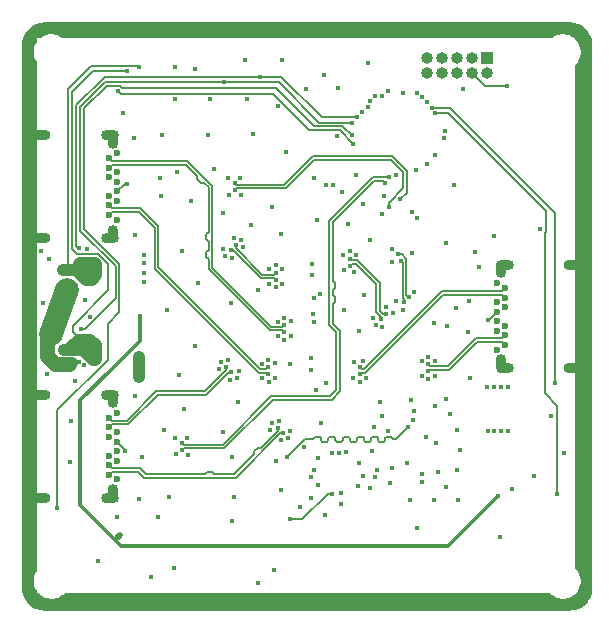
<source format=gbl>
G04 #@! TF.GenerationSoftware,KiCad,Pcbnew,6.0.9-8da3e8f707~116~ubuntu20.04.1*
G04 #@! TF.CreationDate,2022-11-26T18:10:52+02:00*
G04 #@! TF.ProjectId,USB-TypeC-Switch,5553422d-5479-4706-9543-2d5377697463,rev?*
G04 #@! TF.SameCoordinates,Original*
G04 #@! TF.FileFunction,Copper,L6,Bot*
G04 #@! TF.FilePolarity,Positive*
%FSLAX46Y46*%
G04 Gerber Fmt 4.6, Leading zero omitted, Abs format (unit mm)*
G04 Created by KiCad (PCBNEW 6.0.9-8da3e8f707~116~ubuntu20.04.1) date 2022-11-26 18:10:52*
%MOMM*%
%LPD*%
G01*
G04 APERTURE LIST*
G04 #@! TA.AperFunction,ComponentPad*
%ADD10C,0.600000*%
G04 #@! TD*
G04 #@! TA.AperFunction,ComponentPad*
%ADD11O,0.900000X1.500000*%
G04 #@! TD*
G04 #@! TA.AperFunction,ComponentPad*
%ADD12O,1.500000X0.900000*%
G04 #@! TD*
G04 #@! TA.AperFunction,ComponentPad*
%ADD13O,1.800000X0.900000*%
G04 #@! TD*
G04 #@! TA.AperFunction,ComponentPad*
%ADD14R,1.000000X1.000000*%
G04 #@! TD*
G04 #@! TA.AperFunction,ComponentPad*
%ADD15O,1.000000X1.000000*%
G04 #@! TD*
G04 #@! TA.AperFunction,SMDPad,CuDef*
%ADD16C,2.000000*%
G04 #@! TD*
G04 #@! TA.AperFunction,ViaPad*
%ADD17C,0.450000*%
G04 #@! TD*
G04 #@! TA.AperFunction,Conductor*
%ADD18C,0.200000*%
G04 #@! TD*
G04 #@! TA.AperFunction,Conductor*
%ADD19C,0.150000*%
G04 #@! TD*
G04 #@! TA.AperFunction,Conductor*
%ADD20C,0.300000*%
G04 #@! TD*
G04 #@! TA.AperFunction,Conductor*
%ADD21C,0.141000*%
G04 #@! TD*
G04 #@! TA.AperFunction,Conductor*
%ADD22C,0.500000*%
G04 #@! TD*
G04 #@! TA.AperFunction,Conductor*
%ADD23C,1.000000*%
G04 #@! TD*
G04 #@! TA.AperFunction,Conductor*
%ADD24C,0.142000*%
G04 #@! TD*
G04 #@! TA.AperFunction,Conductor*
%ADD25C,1.250000*%
G04 #@! TD*
G04 APERTURE END LIST*
G36*
X35623733Y-109062635D02*
G01*
X34255652Y-112821405D01*
X32376267Y-112137365D01*
X33744348Y-108378595D01*
X35623733Y-109062635D01*
G37*
D10*
X38930000Y-102800000D03*
X38230000Y-102400000D03*
X38230000Y-101600000D03*
X38930000Y-101200000D03*
X38230000Y-100800000D03*
X38930000Y-100400000D03*
X38930000Y-99600000D03*
X38230000Y-99200000D03*
X38930000Y-98800000D03*
X38230000Y-98400000D03*
X38230000Y-97600000D03*
X38930000Y-97200000D03*
D11*
X38580000Y-103980000D03*
D12*
X38280000Y-104330000D03*
D13*
X32380000Y-95670000D03*
D11*
X38580000Y-96020000D03*
D13*
X32380000Y-104330000D03*
D12*
X38280000Y-95670000D03*
D10*
X71070000Y-108200000D03*
X71770000Y-108600000D03*
X71770000Y-109400000D03*
X71070000Y-109800000D03*
X71770000Y-110200000D03*
X71070000Y-110600000D03*
X71070000Y-111400000D03*
X71770000Y-111800000D03*
X71070000Y-112200000D03*
X71770000Y-112600000D03*
X71770000Y-113400000D03*
X71070000Y-113800000D03*
D12*
X71720000Y-115330000D03*
D13*
X77620000Y-106670000D03*
D11*
X71420000Y-107020000D03*
D13*
X77620000Y-115330000D03*
D11*
X71420000Y-114980000D03*
D12*
X71720000Y-106670000D03*
D10*
X38930000Y-124800000D03*
X38230000Y-124400000D03*
X38230000Y-123600000D03*
X38930000Y-123200000D03*
X38230000Y-122800000D03*
X38930000Y-122400000D03*
X38930000Y-121600000D03*
X38230000Y-121200000D03*
X38930000Y-120800000D03*
X38230000Y-120400000D03*
X38230000Y-119600000D03*
X38930000Y-119200000D03*
D13*
X32380000Y-126330000D03*
D12*
X38280000Y-126330000D03*
X38280000Y-117670000D03*
D11*
X38580000Y-125980000D03*
X38580000Y-118020000D03*
D13*
X32380000Y-117670000D03*
D14*
X70200000Y-89100000D03*
D15*
X70200000Y-90370000D03*
X68930000Y-89100000D03*
X68930000Y-90370000D03*
X67660000Y-89100000D03*
X67660000Y-90370000D03*
X66390000Y-89100000D03*
X66390000Y-90370000D03*
X65120000Y-89100000D03*
X65120000Y-90370000D03*
D16*
X34684040Y-108720615D03*
X33315960Y-112479385D03*
D17*
X67720000Y-120600000D03*
X57870000Y-126860000D03*
X60330000Y-125500000D03*
X42370000Y-128010000D03*
X52150000Y-132430000D03*
X69220000Y-105570000D03*
X65230000Y-114440000D03*
X65240000Y-116310000D03*
X64680000Y-116000000D03*
X64680000Y-114760000D03*
X65790000Y-116010000D03*
X65790000Y-114750000D03*
X44180000Y-115930000D03*
X47900000Y-120760000D03*
X52740000Y-125670000D03*
X48640000Y-122890000D03*
X44580000Y-118840000D03*
X48310000Y-99290000D03*
X49390000Y-100710000D03*
X48360000Y-100690000D03*
X49330000Y-99290000D03*
X43840000Y-121280000D03*
X48510000Y-109840000D03*
X55810000Y-102870000D03*
X55550000Y-99260000D03*
X46620000Y-95610000D03*
X35130000Y-115020000D03*
X70770000Y-104230000D03*
X50990000Y-90720000D03*
X43770000Y-89890000D03*
X43840000Y-92574500D03*
X46740000Y-92574500D03*
X49940000Y-92574500D03*
X52499833Y-93160167D03*
X52840000Y-89300000D03*
X49720000Y-89320000D03*
X47960000Y-91180000D03*
X56440000Y-90520000D03*
X60755680Y-92354481D03*
X60340691Y-92761388D03*
X75670000Y-119470000D03*
X76730000Y-122520000D03*
X74210000Y-124530000D03*
X35640000Y-114830000D03*
X34940000Y-123350000D03*
X35000000Y-119890000D03*
X37300000Y-131730000D03*
X48670000Y-128300000D03*
X72360000Y-125650000D03*
X71300000Y-129670000D03*
X64330000Y-128910000D03*
X68820000Y-116180000D03*
X68670000Y-109660000D03*
X68640000Y-112310000D03*
X52350000Y-123200000D03*
X39750000Y-99750000D03*
X55290000Y-126380000D03*
X60510000Y-122380000D03*
X67120000Y-119300000D03*
X68200000Y-91720000D03*
X65750000Y-111590000D03*
X64289500Y-92070000D03*
X59725497Y-124525437D03*
X55587845Y-123997845D03*
X63750000Y-118090000D03*
X64240000Y-98570000D03*
X61180000Y-118270000D03*
X64260000Y-102680000D03*
X57540142Y-95717117D03*
X61340000Y-102340000D03*
X32585000Y-109835000D03*
X64010000Y-119000000D03*
X55562000Y-109406584D03*
X55740000Y-117258000D03*
X56190000Y-120020000D03*
X54421794Y-127101794D03*
X61824949Y-91915051D03*
X65792845Y-97297157D03*
X62939000Y-106300000D03*
X62660000Y-105720000D03*
X63192599Y-109780479D03*
X63618279Y-109354799D03*
X61880000Y-101740000D03*
X62860000Y-101060000D03*
X48850000Y-99699000D03*
X48850000Y-100301000D03*
X44376803Y-121699000D03*
X44376803Y-122301000D03*
X65240000Y-115651000D03*
X65240000Y-115049000D03*
X59468888Y-115299000D03*
X59468888Y-115901000D03*
X61665808Y-110830988D03*
X61240128Y-111256668D03*
X58602071Y-106701000D03*
X58602071Y-106099000D03*
X52925293Y-120890387D03*
X52499613Y-120464707D03*
X53040000Y-112340000D03*
X53040000Y-111738000D03*
X52270000Y-114980000D03*
X51710000Y-114670000D03*
X51720000Y-116540000D03*
X51160000Y-116230000D03*
X51160000Y-114990000D03*
X52270000Y-116240000D03*
X51690000Y-115901000D03*
X51690000Y-115299000D03*
X48569379Y-115726301D03*
X48143699Y-115300621D03*
X55320000Y-115500000D03*
X55330000Y-114480000D03*
X53570000Y-115000000D03*
X55410000Y-107510000D03*
X43700000Y-132270000D03*
X55430000Y-106560000D03*
X48660000Y-106020000D03*
X47880000Y-105250000D03*
X49370000Y-104520000D03*
X47540000Y-115460000D03*
X49040000Y-116180000D03*
X49200000Y-115580000D03*
X47700000Y-114870000D03*
X48430000Y-116360000D03*
X48300000Y-114690000D03*
X52770000Y-121500000D03*
X52640000Y-119830000D03*
X51880000Y-120600000D03*
X53540000Y-120720000D03*
X53380000Y-121320000D03*
X52040000Y-120010000D03*
X58050000Y-105780000D03*
X58120000Y-107100000D03*
X58960000Y-107220000D03*
X58600000Y-105460000D03*
X59160000Y-105770000D03*
X58990000Y-114870000D03*
X60010000Y-116240000D03*
X59460000Y-116540000D03*
X59750000Y-114740000D03*
X58900000Y-116230000D03*
X64080000Y-108960000D03*
X44860000Y-121280000D03*
X52880000Y-108230000D03*
X51770000Y-106980000D03*
X51770000Y-108220000D03*
X52330000Y-108530000D03*
X52320000Y-106660000D03*
X52880000Y-106970000D03*
X57940000Y-100440000D03*
X53040000Y-111110000D03*
X67460000Y-99890000D03*
X63140000Y-110450000D03*
X42660000Y-95640000D03*
X63910000Y-105660000D03*
X62540000Y-109700000D03*
X53600000Y-111420000D03*
X62280000Y-110750000D03*
X40340000Y-95850000D03*
X50850000Y-108770000D03*
X61520000Y-100760000D03*
X40410000Y-117700000D03*
X47890000Y-102240000D03*
X63828911Y-102188911D03*
X59770000Y-109220000D03*
X61330000Y-92340000D03*
X62190000Y-105280000D03*
X49550000Y-105120000D03*
X60150000Y-89530000D03*
X43290000Y-126250000D03*
X43950000Y-98810000D03*
X43090000Y-110480000D03*
X61290000Y-119420000D03*
X32470000Y-105460000D03*
X66770000Y-104770000D03*
X59350000Y-112240000D03*
X53050000Y-112980000D03*
X32990000Y-115880000D03*
X47090000Y-98510000D03*
X43890000Y-122680000D03*
X45530000Y-90040000D03*
X58480000Y-103210000D03*
X64701851Y-124369281D03*
X48790000Y-126320000D03*
X65040000Y-121220000D03*
X56470000Y-127790000D03*
X45160000Y-101230000D03*
X38880000Y-127970500D03*
X41750000Y-133080000D03*
X58100000Y-110440000D03*
X60600000Y-111150000D03*
X53200000Y-97110000D03*
X45790000Y-108190000D03*
X40770000Y-126430000D03*
X36580000Y-111030000D03*
X36150000Y-109634990D03*
X60870000Y-124032000D03*
X74735500Y-103630000D03*
X56600000Y-116660000D03*
X67638667Y-123963333D03*
X61370000Y-111910000D03*
X50410000Y-95560000D03*
X44920000Y-122700000D03*
X62140167Y-123866500D03*
X62160000Y-106360000D03*
X45480000Y-113490000D03*
X36370000Y-105299990D03*
X52780000Y-104010000D03*
X62510000Y-99050000D03*
X33100000Y-106160000D03*
X52490000Y-112670000D03*
X35350000Y-116480000D03*
X59750000Y-101440000D03*
X39360000Y-93790000D03*
X60780000Y-111750000D03*
X52490000Y-111430000D03*
X48780000Y-104360000D03*
X69540000Y-106840000D03*
X66089066Y-124184767D03*
X50230000Y-103220000D03*
X49150000Y-118210000D03*
X56120000Y-109060000D03*
X60330000Y-104560000D03*
X44390000Y-105460000D03*
X53600000Y-112680000D03*
X48060000Y-105860000D03*
X65150000Y-98070000D03*
X57659978Y-122522121D03*
X61670000Y-110230000D03*
X40400000Y-104120000D03*
X52040000Y-101730000D03*
X50839979Y-133580021D03*
X59120000Y-99020000D03*
X53520000Y-128190000D03*
X57110000Y-126000000D03*
X41140000Y-108100000D03*
X41140000Y-107300000D03*
X41140000Y-106500000D03*
X41140000Y-105800000D03*
X40810000Y-114400000D03*
X40810000Y-116100000D03*
X40810000Y-114960000D03*
X40810000Y-115540000D03*
X71400000Y-117000000D03*
X70820000Y-117000000D03*
X71960000Y-117000000D03*
X70260000Y-117000000D03*
X57894355Y-125959225D03*
X42520000Y-99275000D03*
X63950623Y-119740589D03*
X42610000Y-100770000D03*
X54761044Y-122061044D03*
X58260000Y-122470000D03*
X63738000Y-126560000D03*
X61798500Y-120691500D03*
X57089500Y-122590000D03*
X55940000Y-123010000D03*
X42910000Y-120630000D03*
X65752000Y-126560000D03*
X53263199Y-122923199D03*
X63490000Y-120400000D03*
X40990000Y-122900000D03*
X55310000Y-124560000D03*
X67750000Y-126570000D03*
X60677155Y-120392845D03*
X66705500Y-118030000D03*
X55870000Y-125260000D03*
X59369500Y-123380000D03*
X63460000Y-123450000D03*
X70341801Y-111308199D03*
X67580000Y-110300000D03*
X65806500Y-118620000D03*
X65890000Y-121750000D03*
X59280167Y-125389833D03*
X66860000Y-111820000D03*
X34710000Y-108070000D03*
X34260000Y-108410000D03*
X35130000Y-108410000D03*
X76170000Y-126000000D03*
X65840000Y-93800000D03*
X64709819Y-92461644D03*
X61884994Y-99200405D03*
X61550000Y-99680000D03*
X39605599Y-122386857D03*
X59220000Y-94155500D03*
X35680000Y-105240000D03*
X35832168Y-112065000D03*
X58770000Y-94580000D03*
X65124714Y-92859029D03*
X48933150Y-104986249D03*
X52330363Y-107299000D03*
X52330363Y-107901000D03*
X48507470Y-105411929D03*
X56566667Y-99856095D03*
X55550000Y-111500000D03*
X38970000Y-91880000D03*
X58901558Y-96381892D03*
X65520000Y-93310000D03*
X75954500Y-116600000D03*
X58760000Y-95640000D03*
X33800000Y-127179500D03*
X37030000Y-107540000D03*
X36950000Y-106370000D03*
X40780000Y-89850000D03*
X34710000Y-107370000D03*
X34260000Y-107030000D03*
X36580000Y-106970000D03*
X35130000Y-107030000D03*
X36960000Y-113810000D03*
X36940000Y-114550000D03*
X34700000Y-114000000D03*
X39764050Y-90255000D03*
X34250000Y-113640000D03*
X36780000Y-113150000D03*
X35140000Y-113640000D03*
X34700000Y-114700000D03*
X36120000Y-115150000D03*
X70820000Y-120730000D03*
X34280000Y-115010000D03*
X71970000Y-120720000D03*
X70270000Y-120730000D03*
X71390000Y-120720000D03*
X66606758Y-95894102D03*
X71900000Y-91530000D03*
X66656994Y-95312671D03*
X39150000Y-129500000D03*
X71190000Y-126180000D03*
X40840000Y-110920000D03*
X55508199Y-110821801D03*
X57140000Y-99900000D03*
X66750000Y-125402000D03*
X57640000Y-91690000D03*
X60155081Y-93305081D03*
X63120000Y-92070000D03*
X62040000Y-125102000D03*
X54890000Y-91780000D03*
X64739657Y-125028271D03*
X67930000Y-122290000D03*
X60700498Y-124582000D03*
X59620000Y-93730000D03*
D18*
X59090000Y-121600000D02*
X58690000Y-121600000D01*
X59190000Y-121300000D02*
X59190000Y-121500000D01*
X60990000Y-121500000D02*
X60990000Y-121300000D01*
X62290000Y-121400000D02*
X62090000Y-121200000D01*
X61590000Y-121500000D02*
X61490000Y-121600000D01*
X59790000Y-121300000D02*
X59690000Y-121200000D01*
X59790000Y-121500000D02*
X59790000Y-121300000D01*
X63490000Y-120400000D02*
X62490000Y-121400000D01*
X59890000Y-121600000D02*
X59790000Y-121500000D01*
X56190000Y-121300000D02*
X56090000Y-121200000D01*
X59290000Y-121200000D02*
X59190000Y-121300000D01*
X60390000Y-121500000D02*
X60290000Y-121600000D01*
X60390000Y-121300000D02*
X60390000Y-121500000D01*
X58490000Y-121200000D02*
X58090000Y-121200000D01*
X62490000Y-121400000D02*
X62290000Y-121400000D01*
X61690000Y-121200000D02*
X61590000Y-121300000D01*
X60890000Y-121200000D02*
X60490000Y-121200000D01*
X58590000Y-121500000D02*
X58590000Y-121300000D01*
X59690000Y-121200000D02*
X59290000Y-121200000D01*
X62090000Y-121200000D02*
X61690000Y-121200000D01*
X57990000Y-121300000D02*
X57990000Y-121500000D01*
X57490000Y-121600000D02*
X57390000Y-121500000D01*
X58090000Y-121200000D02*
X57990000Y-121300000D01*
X56290000Y-121600000D02*
X56190000Y-121500000D01*
X60290000Y-121600000D02*
X59890000Y-121600000D01*
X60490000Y-121200000D02*
X60390000Y-121300000D01*
X61490000Y-121600000D02*
X61090000Y-121600000D01*
X54786398Y-121400000D02*
X53263199Y-122923199D01*
X58590000Y-121300000D02*
X58490000Y-121200000D01*
X61090000Y-121600000D02*
X60990000Y-121500000D01*
X58690000Y-121600000D02*
X58590000Y-121500000D01*
X59190000Y-121500000D02*
X59090000Y-121600000D01*
X55490000Y-121400000D02*
X54786398Y-121400000D01*
X61590000Y-121300000D02*
X61590000Y-121500000D01*
X60990000Y-121300000D02*
X60890000Y-121200000D01*
X56190000Y-121500000D02*
X56190000Y-121300000D01*
X57990000Y-121500000D02*
X57890000Y-121600000D01*
X57890000Y-121600000D02*
X57490000Y-121600000D01*
X57390000Y-121500000D02*
X57390000Y-121300000D01*
X57390000Y-121300000D02*
X57290000Y-121200000D01*
X56890000Y-121200000D02*
X56790000Y-121300000D01*
X57290000Y-121200000D02*
X56890000Y-121200000D01*
X56790000Y-121300000D02*
X56790000Y-121500000D01*
X56790000Y-121500000D02*
X56690000Y-121600000D01*
X56690000Y-121600000D02*
X56290000Y-121600000D01*
X56090000Y-121200000D02*
X55690000Y-121200000D01*
X55690000Y-121200000D02*
X55490000Y-121400000D01*
D19*
X71900000Y-91530000D02*
X70090000Y-91530000D01*
X70090000Y-91530000D02*
X68930000Y-90370000D01*
X39095010Y-106593650D02*
X36120020Y-103618660D01*
X52390000Y-91660000D02*
X55590000Y-94860000D01*
X57980000Y-94860000D02*
X58760000Y-95640000D01*
X39146041Y-91455000D02*
X39351041Y-91660000D01*
X39351041Y-91660000D02*
X52390000Y-91660000D01*
X38090000Y-114650000D02*
X38090000Y-111640000D01*
X33800000Y-118940000D02*
X38090000Y-114650000D01*
X38025000Y-91455000D02*
X39146041Y-91455000D01*
X36120020Y-103618660D02*
X36120020Y-93359980D01*
X38090000Y-111640000D02*
X39095010Y-110634990D01*
X33800000Y-127179500D02*
X33800000Y-118940000D01*
X55590000Y-94860000D02*
X57980000Y-94860000D01*
X36120020Y-93359980D02*
X38025000Y-91455000D01*
X39095010Y-110634990D02*
X39095010Y-106593650D01*
X39240000Y-92150000D02*
X38970000Y-91880000D01*
X57761783Y-95242117D02*
X55182117Y-95242117D01*
X52090000Y-92150000D02*
X39240000Y-92150000D01*
X55182117Y-95242117D02*
X52090000Y-92150000D01*
X58901558Y-96381892D02*
X57761783Y-95242117D01*
X65520000Y-93310000D02*
X65539500Y-93329500D01*
X65539500Y-93329500D02*
X67069868Y-93329500D01*
X67069868Y-93329500D02*
X75950000Y-102209632D01*
X75950000Y-102209632D02*
X75950000Y-116595500D01*
X75950000Y-116595500D02*
X75954500Y-116600000D01*
X66939312Y-93800000D02*
X75210500Y-102071188D01*
X65840000Y-93800000D02*
X66939312Y-93800000D01*
X75210500Y-102071188D02*
X75210500Y-103826752D01*
X75210500Y-103826752D02*
X75100000Y-103937252D01*
X75100000Y-103937252D02*
X75100000Y-117470000D01*
X75100000Y-117470000D02*
X76170000Y-118540000D01*
X76170000Y-118540000D02*
X76170000Y-126000000D01*
X50990000Y-90720000D02*
X51670000Y-90720000D01*
X52810000Y-90720000D02*
X51670000Y-90720000D01*
X51670000Y-90720000D02*
X37840000Y-90720000D01*
X40760000Y-89830000D02*
X36720000Y-89830000D01*
X40780000Y-89850000D02*
X40760000Y-89830000D01*
X36720000Y-89830000D02*
X34770000Y-91780000D01*
X34770000Y-106520000D02*
X34270000Y-107020000D01*
X34770000Y-91780000D02*
X34770000Y-106520000D01*
X58770000Y-94580000D02*
X56000000Y-94580000D01*
X56000000Y-94580000D02*
X52600000Y-91180000D01*
X35795010Y-103755010D02*
X38770000Y-106730000D01*
X36150366Y-112065000D02*
X35832168Y-112065000D01*
X52600000Y-91180000D02*
X37839632Y-91180000D01*
X37839632Y-91180000D02*
X35795010Y-93224622D01*
X38770000Y-106730000D02*
X38770000Y-109445366D01*
X35795010Y-93224622D02*
X35795010Y-103755010D01*
X38770000Y-109445366D02*
X36150366Y-112065000D01*
X35455001Y-93104999D02*
X35455001Y-105015001D01*
X35455001Y-105015001D02*
X35680000Y-105240000D01*
X56245500Y-94155500D02*
X52810000Y-90720000D01*
X59220000Y-94155500D02*
X56245500Y-94155500D01*
X37840000Y-90720000D02*
X35455001Y-93104999D01*
D20*
X40840000Y-113050000D02*
X40840000Y-110920000D01*
X71190000Y-126180000D02*
X66940000Y-130430000D01*
X35790000Y-126990000D02*
X35790000Y-118103210D01*
X66940000Y-130430000D02*
X39230000Y-130430000D01*
X39230000Y-130430000D02*
X35790000Y-126990000D01*
X35790000Y-118103210D02*
X38440000Y-115453210D01*
X38440000Y-115453210D02*
X38440000Y-115450000D01*
X38440000Y-115450000D02*
X40840000Y-113050000D01*
D18*
X57110000Y-126000000D02*
X56730000Y-126000000D01*
X56730000Y-126000000D02*
X54540000Y-128190000D01*
X54540000Y-128190000D02*
X53520000Y-128190000D01*
D21*
X62660000Y-105720000D02*
X63010000Y-105720000D01*
X63386501Y-106096501D02*
X63386501Y-109166501D01*
X63010000Y-105720000D02*
X63386501Y-106096501D01*
X63386501Y-109166501D02*
X63574799Y-109354799D01*
X63574799Y-109354799D02*
X63618279Y-109354799D01*
D22*
X39150000Y-129500000D02*
X38880000Y-129770000D01*
D21*
X57156500Y-108743500D02*
X57341521Y-108558480D01*
X57341521Y-109343500D02*
X57156500Y-109158480D01*
X57156500Y-109158480D02*
X57156500Y-108743500D01*
X57341521Y-109758480D02*
X57341521Y-109343500D01*
X47950683Y-122146501D02*
X52060684Y-118036500D01*
X57746500Y-112229316D02*
X57156500Y-111639316D01*
X57746500Y-117350684D02*
X57746500Y-112229316D01*
X57156500Y-109943500D02*
X57341521Y-109758480D01*
X57060684Y-118036500D02*
X57746500Y-117350684D01*
X52060684Y-118036500D02*
X57060684Y-118036500D01*
X57156500Y-111639316D02*
X57156500Y-109943500D01*
X44531302Y-122146501D02*
X47950683Y-122146501D01*
X44376803Y-122301000D02*
X44531302Y-122146501D01*
X57341521Y-108558480D02*
X57341521Y-108143500D01*
X57341521Y-108143500D02*
X57156500Y-107958480D01*
X60657184Y-99510000D02*
X61380000Y-99510000D01*
X57156500Y-107958480D02*
X57156500Y-103010684D01*
X57156500Y-103010684D02*
X60657184Y-99510000D01*
X61380000Y-99510000D02*
X61550000Y-99680000D01*
X39750000Y-99750000D02*
X39580000Y-99750000D01*
X39580000Y-99750000D02*
X38930000Y-100400000D01*
X63406000Y-100514000D02*
X62860000Y-101060000D01*
X55449316Y-97453500D02*
X62163500Y-97453500D01*
X53049317Y-99853499D02*
X55449316Y-97453500D01*
X63406000Y-98696000D02*
X63406000Y-100514000D01*
X62163500Y-97453500D02*
X63406000Y-98696000D01*
X49004499Y-99853499D02*
X53049317Y-99853499D01*
X48850000Y-99699000D02*
X49004499Y-99853499D01*
X46643500Y-105333500D02*
X46643500Y-104656500D01*
X45685721Y-99112905D02*
X44719317Y-98146501D01*
X46443500Y-105533500D02*
X46643500Y-105333500D01*
X46443500Y-105933500D02*
X46443500Y-105533500D01*
X46643500Y-106133500D02*
X46443500Y-105933500D01*
X46643500Y-103857740D02*
X46643500Y-100070684D01*
X46444740Y-104056500D02*
X46643500Y-103857740D01*
X46643500Y-106980684D02*
X46643500Y-106133500D01*
X46643500Y-104656500D02*
X46444740Y-104457740D01*
X51848317Y-112185501D02*
X46643500Y-106980684D01*
X46444740Y-104457740D02*
X46444740Y-104056500D01*
X52885501Y-112185501D02*
X51848317Y-112185501D01*
X46643500Y-100070684D02*
X46251408Y-99678592D01*
X53040000Y-112340000D02*
X52885501Y-112185501D01*
X46251408Y-99678592D02*
X45968564Y-99678592D01*
X45968564Y-99678592D02*
X45685721Y-99395749D01*
X44719317Y-98146501D02*
X38483499Y-98146501D01*
X45685721Y-99395749D02*
X45685721Y-99112905D01*
X38483499Y-98146501D02*
X38230000Y-98400000D01*
X40830683Y-123853499D02*
X38483499Y-123853499D01*
X52499613Y-120683204D02*
X51086408Y-122096409D01*
X46319298Y-124353500D02*
X41330684Y-124353500D01*
X50520721Y-122662094D02*
X48829317Y-124353500D01*
X46513500Y-124159297D02*
X46319298Y-124353500D01*
X47113500Y-124353500D02*
X46919298Y-124159297D01*
X41330684Y-124353500D02*
X40830683Y-123853499D01*
X48829317Y-124353500D02*
X47113500Y-124353500D01*
X50520721Y-122379251D02*
X50520721Y-122662094D01*
X50803564Y-122096409D02*
X50520721Y-122379251D01*
X46919298Y-124159297D02*
X46513500Y-124159297D01*
X51086408Y-122096409D02*
X50803564Y-122096409D01*
X52499613Y-120464707D02*
X52499613Y-120683204D01*
X38483499Y-123853499D02*
X38230000Y-123600000D01*
X63192599Y-109780479D02*
X63192599Y-109561982D01*
X63192599Y-109561982D02*
X63093499Y-109462882D01*
X63093499Y-109462882D02*
X63093499Y-106454499D01*
X63093499Y-106454499D02*
X62939000Y-106300000D01*
X61880000Y-101740000D02*
X61920000Y-101700000D01*
X61920000Y-101700000D02*
X61920000Y-101360000D01*
X62076500Y-97746500D02*
X55570684Y-97746500D01*
X55570684Y-97746500D02*
X53170683Y-100146501D01*
X53170683Y-100146501D02*
X49004499Y-100146501D01*
X61920000Y-101360000D02*
X63140000Y-100140000D01*
X63140000Y-100140000D02*
X63140000Y-98810000D01*
X49004499Y-100146501D02*
X48850000Y-100301000D01*
X63140000Y-98810000D02*
X62076500Y-97746500D01*
X44376803Y-121699000D02*
X44531302Y-121853499D01*
X44531302Y-121853499D02*
X47829317Y-121853499D01*
X47829317Y-121853499D02*
X51939316Y-117743500D01*
X51939316Y-117743500D02*
X56939316Y-117743500D01*
X56939316Y-117743500D02*
X57453500Y-117229316D01*
X57453500Y-117229316D02*
X57453500Y-112350684D01*
X57453500Y-112350684D02*
X56863500Y-111760684D01*
X56863500Y-111760684D02*
X56863500Y-102889316D01*
X56863500Y-102889316D02*
X60552411Y-99200405D01*
X60552411Y-99200405D02*
X61884994Y-99200405D01*
X65240000Y-115651000D02*
X65394499Y-115496501D01*
X65240000Y-115049000D02*
X65394499Y-115203499D01*
X65394499Y-115496501D02*
X67030683Y-115496501D01*
X69259317Y-112853499D02*
X71516501Y-112853499D01*
X67030683Y-115496501D02*
X69380683Y-113146501D01*
X71516501Y-113146501D02*
X71770000Y-113400000D01*
X65394499Y-115203499D02*
X66909317Y-115203499D01*
X69380683Y-113146501D02*
X71516501Y-113146501D01*
X66909317Y-115203499D02*
X69259317Y-112853499D01*
X71516501Y-112853499D02*
X71770000Y-112600000D01*
X66399317Y-108853499D02*
X71516501Y-108853499D01*
X59623387Y-115453499D02*
X59799317Y-115453499D01*
X59920683Y-115746501D02*
X66520683Y-109146501D01*
X59468888Y-115299000D02*
X59623387Y-115453499D01*
X59623387Y-115746501D02*
X59920683Y-115746501D01*
X59799317Y-115453499D02*
X66399317Y-108853499D01*
X71516501Y-108853499D02*
X71770000Y-108600000D01*
X59468888Y-115901000D02*
X59623387Y-115746501D01*
X66520683Y-109146501D02*
X71516501Y-109146501D01*
X71516501Y-109146501D02*
X71770000Y-109400000D01*
X61126500Y-108139316D02*
X61126500Y-110510177D01*
X59240683Y-106253499D02*
X61126500Y-108139316D01*
X60833500Y-108260684D02*
X60833500Y-110631543D01*
X58756570Y-106253499D02*
X59240683Y-106253499D01*
X58602071Y-106099000D02*
X58756570Y-106253499D01*
X61240128Y-111038171D02*
X61240128Y-111256668D01*
X60833500Y-110631543D02*
X61240128Y-111038171D01*
X59119317Y-106546501D02*
X60833500Y-108260684D01*
X61126500Y-110510177D02*
X61447311Y-110830988D01*
X58756570Y-106546501D02*
X59119317Y-106546501D01*
X58602071Y-106701000D02*
X58756570Y-106546501D01*
X61447311Y-110830988D02*
X61665808Y-110830988D01*
X41209316Y-124646500D02*
X40709317Y-124146501D01*
X38483499Y-124146501D02*
X38230000Y-124400000D01*
X48950683Y-124646500D02*
X41209316Y-124646500D01*
X52925293Y-120890387D02*
X52706796Y-120890387D01*
X52706796Y-120890387D02*
X48950683Y-124646500D01*
X40709317Y-124146501D02*
X38483499Y-124146501D01*
X53040000Y-111738000D02*
X52885501Y-111892499D01*
X38483499Y-97853499D02*
X38230000Y-97600000D01*
X44840683Y-97853499D02*
X38483499Y-97853499D01*
X46936500Y-99949316D02*
X44840683Y-97853499D01*
X46936500Y-106859316D02*
X46936500Y-99949316D01*
X51969683Y-111892499D02*
X46936500Y-106859316D01*
X52885501Y-111892499D02*
X51969683Y-111892499D01*
X40870683Y-101853499D02*
X38483499Y-101853499D01*
X42376500Y-106819316D02*
X42376500Y-103359316D01*
X51690000Y-115299000D02*
X51535501Y-115453499D01*
X38483499Y-102146501D02*
X38230000Y-102400000D01*
X50889317Y-115746501D02*
X42083500Y-106940684D01*
X40749317Y-102146501D02*
X38483499Y-102146501D01*
X42376500Y-103359316D02*
X40870683Y-101853499D01*
X42083500Y-106940684D02*
X42083500Y-103480684D01*
X51010683Y-115453499D02*
X42376500Y-106819316D01*
X51535501Y-115746501D02*
X50889317Y-115746501D01*
X51690000Y-115901000D02*
X51535501Y-115746501D01*
X51535501Y-115453499D02*
X51010683Y-115453499D01*
X42083500Y-103480684D02*
X40749317Y-102146501D01*
X38483499Y-101853499D02*
X38230000Y-101600000D01*
X46309316Y-117353500D02*
X42219316Y-117353500D01*
X39719317Y-119853499D02*
X38483499Y-119853499D01*
X48350882Y-115726301D02*
X46430684Y-117646500D01*
X48143699Y-115300621D02*
X48143699Y-115519118D01*
X48143699Y-115519118D02*
X46309316Y-117353500D01*
X46430684Y-117646500D02*
X42340684Y-117646500D01*
X42340684Y-117646500D02*
X39840683Y-120146501D01*
X42219316Y-117353500D02*
X39719317Y-119853499D01*
X38483499Y-119853499D02*
X38230000Y-119600000D01*
X48569379Y-115726301D02*
X48350882Y-115726301D01*
X39840683Y-120146501D02*
X38483499Y-120146501D01*
X38483499Y-120146501D02*
X38230000Y-120400000D01*
D23*
X40790000Y-114460000D02*
X40790000Y-115190000D01*
X40790000Y-115260000D02*
X40790000Y-114460000D01*
X40790000Y-115190000D02*
X40790000Y-116100000D01*
D21*
X70341801Y-111308199D02*
X70361801Y-111308199D01*
X70361801Y-111308199D02*
X71070000Y-110600000D01*
D24*
X39605599Y-122275599D02*
X38930000Y-121600000D01*
X39605599Y-122386857D02*
X39605599Y-122275599D01*
D21*
X52330363Y-107299000D02*
X52175864Y-107453499D01*
X51181903Y-107453499D02*
X48933150Y-105204746D01*
X48933150Y-105204746D02*
X48933150Y-104986249D01*
X52175864Y-107453499D02*
X51181903Y-107453499D01*
X51060539Y-107746501D02*
X48725967Y-105411929D01*
X48725967Y-105411929D02*
X48507470Y-105411929D01*
X52175864Y-107746501D02*
X51060539Y-107746501D01*
X52330363Y-107901000D02*
X52175864Y-107746501D01*
D25*
X36930000Y-106550000D02*
X35800000Y-106550000D01*
X36480000Y-107070000D02*
X36580000Y-106970000D01*
X36970000Y-106590000D02*
X36930000Y-106550000D01*
X36580000Y-106900000D02*
X36930000Y-106550000D01*
X36580000Y-107010000D02*
X36970000Y-107400000D01*
X36660000Y-107710000D02*
X36263427Y-107710000D01*
X36580000Y-106970000D02*
X36580000Y-106900000D01*
X36263427Y-107710000D02*
X35623427Y-107070000D01*
X36970000Y-107400000D02*
X36660000Y-107710000D01*
D23*
X34320000Y-107070000D02*
X35280000Y-107070000D01*
D25*
X36970000Y-107400000D02*
X36970000Y-106590000D01*
X36580000Y-106970000D02*
X36580000Y-107010000D01*
X36560000Y-113040000D02*
X36910000Y-113390000D01*
X36900000Y-114530000D02*
X36049990Y-113679990D01*
X36900000Y-113380000D02*
X36600010Y-113679990D01*
X36049990Y-113679990D02*
X35030000Y-113679990D01*
D19*
X35930000Y-113040000D02*
X35170000Y-112280000D01*
D25*
X36910000Y-113930000D02*
X36910000Y-113390000D01*
D19*
X35080000Y-105269002D02*
X35080000Y-92010000D01*
X36880000Y-90210000D02*
X39719050Y-90210000D01*
D23*
X34410000Y-113800000D02*
X35030000Y-113800000D01*
D25*
X36200000Y-113040000D02*
X35669990Y-113040000D01*
X36600010Y-113679990D02*
X35030000Y-113679990D01*
X36910000Y-113390000D02*
X36900000Y-113380000D01*
D18*
X36200000Y-113040000D02*
X35930000Y-113040000D01*
D25*
X36540000Y-113380000D02*
X36200000Y-113040000D01*
D19*
X35170000Y-112280000D02*
X35170000Y-111773998D01*
D25*
X35669990Y-113040000D02*
X35030000Y-113679990D01*
X36910000Y-113930000D02*
X36910000Y-114520000D01*
D19*
X35170000Y-111773998D02*
X38150000Y-108793998D01*
X35080000Y-92010000D02*
X36880000Y-90210000D01*
X39719050Y-90210000D02*
X39764050Y-90255000D01*
X37307084Y-105724990D02*
X35535988Y-105724990D01*
X38150000Y-108793998D02*
X38150000Y-106567905D01*
D25*
X36910000Y-114520000D02*
X36900000Y-114530000D01*
D19*
X38150000Y-106567905D02*
X37307084Y-105724990D01*
D25*
X36200000Y-113040000D02*
X36560000Y-113040000D01*
D19*
X35535988Y-105724990D02*
X35080000Y-105269002D01*
D25*
X36900000Y-113380000D02*
X36540000Y-113380000D01*
D23*
X35090000Y-114930000D02*
X34430000Y-114930000D01*
D25*
X32925000Y-112585000D02*
X32925000Y-114355000D01*
X32925000Y-114355000D02*
X33630000Y-115060000D01*
X33315960Y-112479385D02*
X33030615Y-112479385D01*
X33630000Y-115060000D02*
X34830000Y-115060000D01*
D23*
X34420000Y-114930000D02*
X33350000Y-114930000D01*
D25*
X33030615Y-112479385D02*
X32925000Y-112585000D01*
G04 #@! TA.AperFunction,Conductor*
G36*
X32259133Y-134413574D02*
G01*
X32412468Y-134560104D01*
X32414121Y-134561232D01*
X32414124Y-134561234D01*
X32614640Y-134698017D01*
X32614643Y-134698019D01*
X32616300Y-134699149D01*
X32618121Y-134699994D01*
X32618124Y-134699996D01*
X32838276Y-134802187D01*
X32838281Y-134802189D01*
X32840104Y-134803035D01*
X32842044Y-134803573D01*
X33075934Y-134868437D01*
X33075936Y-134868437D01*
X33077871Y-134868974D01*
X33197048Y-134881711D01*
X33277998Y-134890362D01*
X33278003Y-134890362D01*
X33279292Y-134890500D01*
X33422554Y-134890500D01*
X33423559Y-134890417D01*
X33423568Y-134890417D01*
X33517568Y-134882688D01*
X33605911Y-134875425D01*
X33724146Y-134845727D01*
X33843267Y-134815806D01*
X33843269Y-134815805D01*
X33845217Y-134815316D01*
X34071493Y-134716928D01*
X34100725Y-134698017D01*
X34276974Y-134583997D01*
X34276979Y-134583993D01*
X34278661Y-134582905D01*
X34280146Y-134581554D01*
X34459675Y-134418196D01*
X34459679Y-134418192D01*
X34461158Y-134416846D01*
X34462179Y-134415554D01*
X34497948Y-134400000D01*
X75505280Y-134400000D01*
X75539133Y-134413574D01*
X75692468Y-134560104D01*
X75694121Y-134561232D01*
X75694124Y-134561234D01*
X75894640Y-134698017D01*
X75894643Y-134698019D01*
X75896300Y-134699149D01*
X75898121Y-134699994D01*
X75898124Y-134699996D01*
X76118276Y-134802187D01*
X76118281Y-134802189D01*
X76120104Y-134803035D01*
X76122044Y-134803573D01*
X76355934Y-134868437D01*
X76355936Y-134868437D01*
X76357871Y-134868974D01*
X76477048Y-134881711D01*
X76557998Y-134890362D01*
X76558003Y-134890362D01*
X76559292Y-134890500D01*
X76702554Y-134890500D01*
X76703559Y-134890417D01*
X76703568Y-134890417D01*
X76797568Y-134882688D01*
X76885911Y-134875425D01*
X77004146Y-134845727D01*
X77123267Y-134815806D01*
X77123269Y-134815805D01*
X77125217Y-134815316D01*
X77351493Y-134716928D01*
X77380725Y-134698017D01*
X77556974Y-134583997D01*
X77556979Y-134583993D01*
X77558661Y-134582905D01*
X77600521Y-134544816D01*
X77655641Y-134494660D01*
X77740000Y-134417900D01*
X77740000Y-135834994D01*
X77738473Y-135835403D01*
X77577397Y-135867444D01*
X77501085Y-135882623D01*
X77494735Y-135883460D01*
X77413375Y-135888792D01*
X77272641Y-135898016D01*
X77262320Y-135896726D01*
X77257380Y-135896726D01*
X77250000Y-135894328D01*
X77242620Y-135896726D01*
X77241463Y-135897102D01*
X77226320Y-135899500D01*
X32773680Y-135899500D01*
X32758537Y-135897102D01*
X32757380Y-135896726D01*
X32750000Y-135894328D01*
X32742620Y-135896726D01*
X32737680Y-135896726D01*
X32727359Y-135898016D01*
X32586625Y-135888792D01*
X32505265Y-135883460D01*
X32498915Y-135882623D01*
X32261526Y-135835403D01*
X32255341Y-135833747D01*
X32144854Y-135796241D01*
X32026131Y-135755940D01*
X32020210Y-135753487D01*
X31803130Y-135646435D01*
X31797579Y-135643230D01*
X31596328Y-135508759D01*
X31591243Y-135504857D01*
X31409266Y-135345266D01*
X31404734Y-135340734D01*
X31245143Y-135158757D01*
X31241241Y-135153672D01*
X31106770Y-134952421D01*
X31103565Y-134946870D01*
X30996513Y-134729790D01*
X30994060Y-134723869D01*
X30916254Y-134494660D01*
X30914596Y-134488469D01*
X30896998Y-134400000D01*
X32225280Y-134400000D01*
X32259133Y-134413574D01*
G37*
G04 #@! TD.AperFunction*
G04 #@! TA.AperFunction,Conductor*
G36*
X32130000Y-87729282D02*
G01*
X32119455Y-87759649D01*
X32105918Y-87776790D01*
X32104947Y-87778549D01*
X31987644Y-87991042D01*
X31987642Y-87991048D01*
X31986673Y-87992802D01*
X31904309Y-88225390D01*
X31861039Y-88468306D01*
X31858025Y-88715028D01*
X31895347Y-88958930D01*
X31972003Y-89193460D01*
X32085935Y-89412321D01*
X32087146Y-89413933D01*
X32087146Y-89413934D01*
X32120185Y-89457939D01*
X32130000Y-89487359D01*
X32130000Y-105362265D01*
X32129397Y-105369930D01*
X32115131Y-105460000D01*
X32115734Y-105463807D01*
X32129397Y-105550070D01*
X32130000Y-105557735D01*
X32130000Y-132509282D01*
X32119455Y-132539649D01*
X32105918Y-132556790D01*
X32104947Y-132558549D01*
X31987644Y-132771042D01*
X31987642Y-132771048D01*
X31986673Y-132772802D01*
X31904309Y-133005390D01*
X31861039Y-133248306D01*
X31858025Y-133495028D01*
X31895347Y-133738930D01*
X31972003Y-133973460D01*
X32085935Y-134192321D01*
X32087146Y-134193933D01*
X32087146Y-134193934D01*
X32120185Y-134237939D01*
X32130000Y-134267359D01*
X32130000Y-135791198D01*
X32026131Y-135755939D01*
X32020210Y-135753487D01*
X31803130Y-135646435D01*
X31797579Y-135643230D01*
X31596328Y-135508759D01*
X31591243Y-135504857D01*
X31409266Y-135345266D01*
X31404734Y-135340734D01*
X31245143Y-135158757D01*
X31241241Y-135153672D01*
X31106770Y-134952421D01*
X31103565Y-134946870D01*
X30996513Y-134729790D01*
X30994060Y-134723869D01*
X30916254Y-134494662D01*
X30914596Y-134488471D01*
X30867377Y-134251088D01*
X30866540Y-134244733D01*
X30851984Y-134022641D01*
X30853274Y-134012320D01*
X30853274Y-134007380D01*
X30855672Y-134000000D01*
X30852898Y-133991463D01*
X30850500Y-133976320D01*
X30850500Y-88023680D01*
X30852898Y-88008537D01*
X30853274Y-88007380D01*
X30855672Y-88000000D01*
X30853274Y-87992620D01*
X30853274Y-87987680D01*
X30851984Y-87977359D01*
X30865129Y-87776790D01*
X30866540Y-87755265D01*
X30867377Y-87748912D01*
X30914596Y-87511529D01*
X30916254Y-87505338D01*
X30994060Y-87276131D01*
X30996513Y-87270210D01*
X31103565Y-87053130D01*
X31106770Y-87047579D01*
X31241241Y-86846328D01*
X31245143Y-86841243D01*
X31404734Y-86659266D01*
X31409266Y-86654734D01*
X31591243Y-86495143D01*
X31596328Y-86491241D01*
X31797579Y-86356770D01*
X31803130Y-86353565D01*
X32020210Y-86246513D01*
X32026131Y-86244061D01*
X32130000Y-86208802D01*
X32130000Y-87729282D01*
G37*
G04 #@! TD.AperFunction*
G04 #@! TA.AperFunction,Conductor*
G36*
X77241463Y-86102898D02*
G01*
X77250000Y-86105672D01*
X77257380Y-86103274D01*
X77262320Y-86103274D01*
X77272641Y-86101984D01*
X77413375Y-86111208D01*
X77494735Y-86116540D01*
X77501085Y-86117377D01*
X77560961Y-86129287D01*
X77690000Y-86154955D01*
X77690000Y-87460000D01*
X77628218Y-87460000D01*
X77594364Y-87446425D01*
X77588984Y-87441283D01*
X77588980Y-87441280D01*
X77587532Y-87439896D01*
X77556088Y-87418446D01*
X77385360Y-87301983D01*
X77385357Y-87301981D01*
X77383700Y-87300851D01*
X77381879Y-87300006D01*
X77381876Y-87300004D01*
X77161724Y-87197813D01*
X77161719Y-87197811D01*
X77159896Y-87196965D01*
X77113846Y-87184194D01*
X76924066Y-87131563D01*
X76924064Y-87131563D01*
X76922129Y-87131026D01*
X76802952Y-87118289D01*
X76722002Y-87109638D01*
X76721997Y-87109638D01*
X76720708Y-87109500D01*
X76577446Y-87109500D01*
X76576441Y-87109583D01*
X76576432Y-87109583D01*
X76482432Y-87117312D01*
X76394089Y-87124575D01*
X76275854Y-87154273D01*
X76156733Y-87184194D01*
X76156731Y-87184195D01*
X76154783Y-87184684D01*
X75928507Y-87283072D01*
X75926816Y-87284166D01*
X75723026Y-87416003D01*
X75723021Y-87416007D01*
X75721339Y-87417095D01*
X75719856Y-87418445D01*
X75719854Y-87418446D01*
X75688208Y-87447242D01*
X75655230Y-87460000D01*
X34348218Y-87460000D01*
X34314364Y-87446425D01*
X34308984Y-87441283D01*
X34308980Y-87441280D01*
X34307532Y-87439896D01*
X34276088Y-87418446D01*
X34105360Y-87301983D01*
X34105357Y-87301981D01*
X34103700Y-87300851D01*
X34101879Y-87300006D01*
X34101876Y-87300004D01*
X33881724Y-87197813D01*
X33881719Y-87197811D01*
X33879896Y-87196965D01*
X33833846Y-87184194D01*
X33644066Y-87131563D01*
X33644064Y-87131563D01*
X33642129Y-87131026D01*
X33522952Y-87118289D01*
X33442002Y-87109638D01*
X33441997Y-87109638D01*
X33440708Y-87109500D01*
X33297446Y-87109500D01*
X33296441Y-87109583D01*
X33296432Y-87109583D01*
X33202432Y-87117312D01*
X33114089Y-87124575D01*
X32995854Y-87154273D01*
X32876733Y-87184194D01*
X32876731Y-87184195D01*
X32874783Y-87184684D01*
X32648507Y-87283072D01*
X32646816Y-87284166D01*
X32443026Y-87416003D01*
X32443021Y-87416007D01*
X32441339Y-87417095D01*
X32439856Y-87418445D01*
X32439854Y-87418446D01*
X32408208Y-87447242D01*
X32375230Y-87460000D01*
X30931644Y-87460000D01*
X30936253Y-87446425D01*
X30985284Y-87301983D01*
X30994060Y-87276131D01*
X30996513Y-87270210D01*
X31103565Y-87053130D01*
X31106770Y-87047579D01*
X31241241Y-86846328D01*
X31245143Y-86841243D01*
X31404734Y-86659266D01*
X31409266Y-86654734D01*
X31591243Y-86495143D01*
X31596328Y-86491241D01*
X31797579Y-86356770D01*
X31803130Y-86353565D01*
X32020210Y-86246513D01*
X32026131Y-86244060D01*
X32144854Y-86203759D01*
X32255341Y-86166253D01*
X32261526Y-86164597D01*
X32498915Y-86117377D01*
X32505265Y-86116540D01*
X32586625Y-86111208D01*
X32727359Y-86101984D01*
X32737680Y-86103274D01*
X32742620Y-86103274D01*
X32750000Y-86105672D01*
X32758537Y-86102898D01*
X32773680Y-86100500D01*
X77226320Y-86100500D01*
X77241463Y-86102898D01*
G37*
G04 #@! TD.AperFunction*
G04 #@! TA.AperFunction,Conductor*
G36*
X77738485Y-86164599D02*
G01*
X77744659Y-86166253D01*
X77855146Y-86203759D01*
X77973869Y-86244060D01*
X77979790Y-86246513D01*
X78196870Y-86353565D01*
X78202421Y-86356770D01*
X78403672Y-86491241D01*
X78408757Y-86495143D01*
X78590734Y-86654734D01*
X78595266Y-86659266D01*
X78754857Y-86841243D01*
X78758759Y-86846328D01*
X78893230Y-87047579D01*
X78896435Y-87053130D01*
X79003487Y-87270210D01*
X79005940Y-87276131D01*
X79083746Y-87505338D01*
X79085403Y-87511526D01*
X79093512Y-87552291D01*
X79132623Y-87748912D01*
X79133460Y-87755267D01*
X79148016Y-87977359D01*
X79146726Y-87987680D01*
X79146726Y-87992620D01*
X79144328Y-88000000D01*
X79146726Y-88007380D01*
X79147102Y-88008537D01*
X79149500Y-88023680D01*
X79149500Y-133976320D01*
X79147102Y-133991463D01*
X79144328Y-134000000D01*
X79146726Y-134007380D01*
X79146726Y-134012320D01*
X79148016Y-134022641D01*
X79133460Y-134244733D01*
X79132623Y-134251085D01*
X79099383Y-134418197D01*
X79085404Y-134488471D01*
X79083746Y-134494662D01*
X79005940Y-134723869D01*
X79003487Y-134729790D01*
X78896435Y-134946870D01*
X78893230Y-134952421D01*
X78758759Y-135153672D01*
X78754857Y-135158757D01*
X78595266Y-135340734D01*
X78590734Y-135345266D01*
X78408757Y-135504857D01*
X78403672Y-135508759D01*
X78202421Y-135643230D01*
X78196870Y-135646435D01*
X77979790Y-135753487D01*
X77973869Y-135755940D01*
X77855146Y-135796241D01*
X77744659Y-135833747D01*
X77738485Y-135835401D01*
X77690000Y-135845045D01*
X77690000Y-134463396D01*
X77739673Y-134418197D01*
X77741158Y-134416846D01*
X77742400Y-134415273D01*
X77742404Y-134415269D01*
X77892835Y-134224789D01*
X77894082Y-134223210D01*
X77911134Y-134192321D01*
X78012356Y-134008958D01*
X78012358Y-134008952D01*
X78013327Y-134007198D01*
X78095691Y-133774610D01*
X78138961Y-133531694D01*
X78141975Y-133284972D01*
X78104653Y-133041070D01*
X78027997Y-132806540D01*
X77914065Y-132587679D01*
X77765917Y-132390364D01*
X77764465Y-132388977D01*
X77764462Y-132388973D01*
X77705147Y-132332291D01*
X77690000Y-132296866D01*
X77690000Y-89705059D01*
X77706023Y-89668817D01*
X77739668Y-89638203D01*
X77739675Y-89638195D01*
X77741158Y-89636846D01*
X77742400Y-89635273D01*
X77742404Y-89635269D01*
X77892835Y-89444789D01*
X77894082Y-89443210D01*
X77911134Y-89412321D01*
X78012356Y-89228958D01*
X78012358Y-89228952D01*
X78013327Y-89227198D01*
X78095691Y-88994610D01*
X78138961Y-88751694D01*
X78141975Y-88504972D01*
X78104653Y-88261070D01*
X78027997Y-88026540D01*
X77914065Y-87807679D01*
X77765917Y-87610364D01*
X77764465Y-87608977D01*
X77764462Y-87608973D01*
X77705147Y-87552291D01*
X77690000Y-87516866D01*
X77690000Y-86154955D01*
X77738485Y-86164599D01*
G37*
G04 #@! TD.AperFunction*
M02*

</source>
